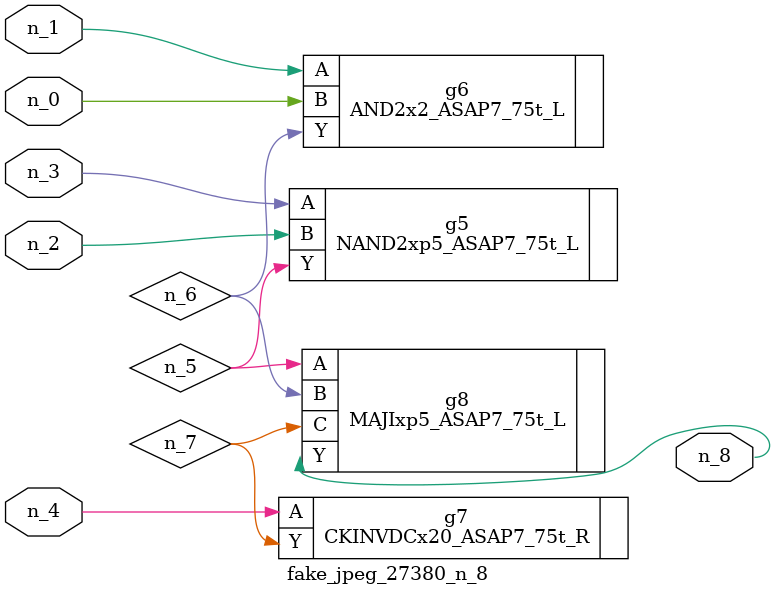
<source format=v>
module fake_jpeg_27380_n_8 (n_3, n_2, n_1, n_0, n_4, n_8);

input n_3;
input n_2;
input n_1;
input n_0;
input n_4;

output n_8;

wire n_6;
wire n_5;
wire n_7;

NAND2xp5_ASAP7_75t_L g5 ( 
.A(n_3),
.B(n_2),
.Y(n_5)
);

AND2x2_ASAP7_75t_L g6 ( 
.A(n_1),
.B(n_0),
.Y(n_6)
);

CKINVDCx20_ASAP7_75t_R g7 ( 
.A(n_4),
.Y(n_7)
);

MAJIxp5_ASAP7_75t_L g8 ( 
.A(n_5),
.B(n_6),
.C(n_7),
.Y(n_8)
);


endmodule
</source>
